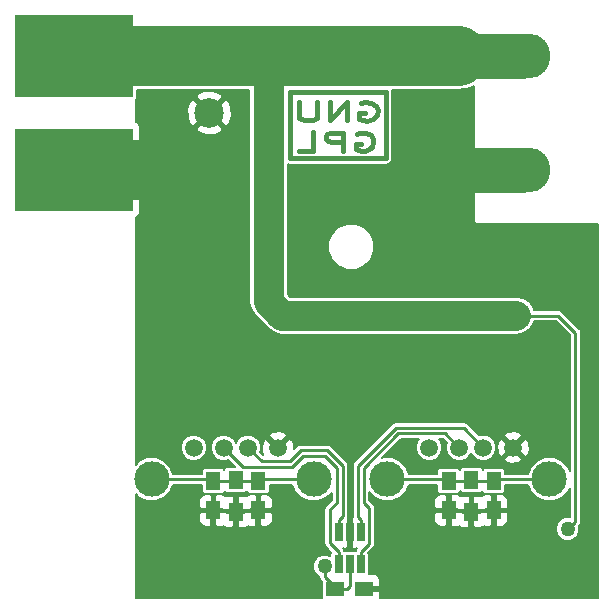
<source format=gbl>
G04 #@! TF.FileFunction,Copper,L2,Bot,Signal*
%FSLAX46Y46*%
G04 Gerber Fmt 4.6, Leading zero omitted, Abs format (unit mm)*
G04 Created by KiCad (PCBNEW 4.0.6-e0-6349~53~ubuntu16.04.1) date Sat May 27 22:55:55 2017*
%MOMM*%
%LPD*%
G01*
G04 APERTURE LIST*
%ADD10C,0.100000*%
%ADD11C,0.381000*%
%ADD12R,10.000000X7.000000*%
%ADD13R,1.500000X1.250000*%
%ADD14R,1.250000X1.500000*%
%ADD15C,1.500000*%
%ADD16C,3.000000*%
%ADD17O,6.000000X3.800000*%
%ADD18R,1.300000X1.500000*%
%ADD19R,0.650000X1.560000*%
%ADD20R,2.500000X2.500000*%
%ADD21C,2.500000*%
%ADD22C,1.270000*%
%ADD23C,0.254000*%
%ADD24C,2.540000*%
%ADD25C,5.080000*%
%ADD26C,3.810000*%
%ADD27C,0.508000*%
%ADD28C,0.203200*%
G04 APERTURE END LIST*
D10*
D11*
X148394420Y-91104720D02*
X148394420Y-92704920D01*
X148394420Y-92704920D02*
X147195540Y-92704920D01*
X150893780Y-92704920D02*
X150893780Y-91203780D01*
X150893780Y-91203780D02*
X149994620Y-91203780D01*
X149994620Y-91203780D02*
X149793960Y-91203780D01*
X149793960Y-91203780D02*
X149595840Y-91305380D01*
X149595840Y-91305380D02*
X149494240Y-91506040D01*
X149494240Y-91506040D02*
X149494240Y-91704160D01*
X149494240Y-91704160D02*
X149694900Y-91904820D01*
X149694900Y-91904820D02*
X149994620Y-92003880D01*
X149994620Y-92003880D02*
X150893780Y-92003880D01*
X152095200Y-91305380D02*
X152295860Y-91203780D01*
X152295860Y-91203780D02*
X152796240Y-91203780D01*
X152796240Y-91203780D02*
X153095960Y-91305380D01*
X153095960Y-91305380D02*
X153294080Y-91404440D01*
X153294080Y-91404440D02*
X153494740Y-91704160D01*
X153494740Y-91704160D02*
X153494740Y-92003880D01*
X153494740Y-92003880D02*
X153395680Y-92405200D01*
X153395680Y-92405200D02*
X153095960Y-92605860D01*
X153095960Y-92605860D02*
X152796240Y-92704920D01*
X152796240Y-92704920D02*
X152493980Y-92704920D01*
X152493980Y-92704920D02*
X151996140Y-92605860D01*
X151996140Y-92605860D02*
X151996140Y-92105480D01*
X151996140Y-92105480D02*
X152493980Y-92105480D01*
X148694140Y-88605360D02*
X148694140Y-89905840D01*
X148694140Y-89905840D02*
X148394420Y-90103960D01*
X148394420Y-90103960D02*
X148094700Y-90103960D01*
X148094700Y-90103960D02*
X147695920Y-90103960D01*
X147695920Y-90103960D02*
X147396200Y-90004900D01*
X147396200Y-90004900D02*
X147195540Y-89905840D01*
X147195540Y-89905840D02*
X147195540Y-88605360D01*
X151295100Y-90103960D02*
X151295100Y-88605360D01*
X151295100Y-88605360D02*
X149793960Y-90103960D01*
X149793960Y-90103960D02*
X149793960Y-88605360D01*
X152493980Y-88704420D02*
X152796240Y-88605360D01*
X152796240Y-88605360D02*
X153294080Y-88704420D01*
X153294080Y-88704420D02*
X153695400Y-88905080D01*
X153695400Y-88905080D02*
X153896060Y-89303860D01*
X153896060Y-89303860D02*
X153794460Y-89705180D01*
X153794460Y-89705180D02*
X153494740Y-90004900D01*
X153494740Y-90004900D02*
X152994360Y-90205560D01*
X152994360Y-90205560D02*
X152295860Y-90004900D01*
X152295860Y-90004900D02*
X152295860Y-89504520D01*
X152295860Y-89504520D02*
X152796240Y-89504520D01*
X154559000Y-87757000D02*
X146431000Y-87757000D01*
X146431000Y-87757000D02*
X146431000Y-93345000D01*
X146431000Y-93345000D02*
X154559000Y-93345000D01*
X154559000Y-93345000D02*
X154559000Y-87757000D01*
D12*
X128130800Y-84683600D03*
X128130800Y-94335600D03*
D13*
X150241000Y-129794000D03*
X152741000Y-129794000D03*
D14*
X143764000Y-120670000D03*
X143764000Y-123170000D03*
X163703000Y-120670000D03*
X163703000Y-123170000D03*
X139954000Y-120670000D03*
X139954000Y-123170000D03*
X159893000Y-120670000D03*
X159893000Y-123170000D03*
D15*
X145413000Y-117856000D03*
X142873000Y-117856000D03*
X140843000Y-117856000D03*
X138303000Y-117856000D03*
D16*
X148463000Y-120526000D03*
X134743000Y-120526000D03*
D15*
X165352000Y-117856000D03*
X162812000Y-117856000D03*
X160782000Y-117856000D03*
X158242000Y-117856000D03*
D16*
X168402000Y-120526000D03*
X154682000Y-120526000D03*
D17*
X165473000Y-84709000D03*
X165473000Y-94352000D03*
D18*
X141859000Y-120570000D03*
X141859000Y-123270000D03*
X161798000Y-120570000D03*
X161798000Y-123270000D03*
D19*
X150561000Y-125015000D03*
X151511000Y-125015000D03*
X152461000Y-125015000D03*
X152461000Y-127715000D03*
X150561000Y-127715000D03*
X151511000Y-127715000D03*
D20*
X144627600Y-89509600D03*
D21*
X139627600Y-89509600D03*
D22*
X165608000Y-106680000D03*
X145796000Y-106680000D03*
X149397778Y-127891267D03*
X169965944Y-124739764D03*
X163703000Y-125476000D03*
X161798000Y-125476000D03*
X159893000Y-125476000D03*
X143764000Y-125476000D03*
X141859000Y-125476000D03*
X139954000Y-125476000D03*
D23*
X169965944Y-124739764D02*
X170600943Y-124104765D01*
X170600943Y-124104765D02*
X170600943Y-108116943D01*
X170600943Y-108116943D02*
X169164000Y-106680000D01*
X169164000Y-106680000D02*
X165608000Y-106680000D01*
D24*
X144627600Y-89509600D02*
X144627600Y-105511600D01*
X144627600Y-105511600D02*
X145796000Y-106680000D01*
X165608000Y-106680000D02*
X145796000Y-106680000D01*
D25*
X132130800Y-84683600D02*
X145770600Y-84683600D01*
D26*
X165973000Y-84709000D02*
X160655000Y-84709000D01*
D25*
X145796000Y-84709000D02*
X160655000Y-84709000D01*
D24*
X144627600Y-89509600D02*
X144627600Y-85877400D01*
D23*
X150241000Y-129794000D02*
X150241000Y-129655852D01*
X150241000Y-129655852D02*
X149397778Y-128812630D01*
X149397778Y-128812630D02*
X149397778Y-128789292D01*
X149397778Y-128789292D02*
X149397778Y-127891267D01*
X150241000Y-129794000D02*
X151245000Y-129794000D01*
X151511000Y-128749000D02*
X151511000Y-127715000D01*
X151245000Y-129794000D02*
X151511000Y-129528000D01*
X151511000Y-129528000D02*
X151511000Y-128749000D01*
D25*
X132130800Y-94335600D02*
X133705600Y-94335600D01*
D26*
X165973000Y-94361000D02*
X161417000Y-94361000D01*
D27*
X161798000Y-125476000D02*
X161798000Y-123270000D01*
X163703000Y-125476000D02*
X163703000Y-123170000D01*
X159893000Y-123170000D02*
X159893000Y-125476000D01*
X141859000Y-125476000D02*
X141859000Y-123270000D01*
X143764000Y-125476000D02*
X143764000Y-123170000D01*
X139954000Y-123170000D02*
X139954000Y-125476000D01*
D23*
X143764000Y-120670000D02*
X141959000Y-120670000D01*
X141959000Y-120670000D02*
X141859000Y-120570000D01*
X139954000Y-120670000D02*
X141759000Y-120670000D01*
X141759000Y-120670000D02*
X141859000Y-120570000D01*
X148463000Y-120526000D02*
X143908000Y-120526000D01*
X143908000Y-120526000D02*
X143764000Y-120670000D01*
X134743000Y-120526000D02*
X139810000Y-120526000D01*
X139810000Y-120526000D02*
X139954000Y-120670000D01*
X163703000Y-120670000D02*
X161898000Y-120670000D01*
X161898000Y-120670000D02*
X161798000Y-120570000D01*
X159893000Y-120670000D02*
X161698000Y-120670000D01*
X161698000Y-120670000D02*
X161798000Y-120570000D01*
X168402000Y-120526000D02*
X163847000Y-120526000D01*
X163847000Y-120526000D02*
X163703000Y-120670000D01*
X154682000Y-120526000D02*
X159749000Y-120526000D01*
X159749000Y-120526000D02*
X159893000Y-120670000D01*
X150561000Y-123981000D02*
X150561000Y-125015000D01*
X150903302Y-123638698D02*
X150561000Y-123981000D01*
X150903302Y-119394061D02*
X150903302Y-123638698D01*
X146443830Y-119021098D02*
X147391354Y-118073573D01*
X147391354Y-118073573D02*
X149582814Y-118073573D01*
X144038098Y-119021098D02*
X146443830Y-119021098D01*
X142873000Y-117856000D02*
X144038098Y-119021098D01*
X149582814Y-118073573D02*
X150903302Y-119394061D01*
X147580736Y-118530784D02*
X149393432Y-118530784D01*
X142465309Y-119478309D02*
X146633211Y-119478309D01*
X140843000Y-117856000D02*
X142465309Y-119478309D01*
X150561000Y-126673775D02*
X150561000Y-126681000D01*
X146633211Y-119478309D02*
X147580736Y-118530784D01*
X149837207Y-123091454D02*
X149837207Y-125949982D01*
X150446091Y-119583443D02*
X150446091Y-122482570D01*
X149393432Y-118530784D02*
X150446091Y-119583443D01*
X150446091Y-122482570D02*
X149837207Y-123091454D01*
X149837207Y-125949982D02*
X150561000Y-126673775D01*
X150561000Y-126681000D02*
X150561000Y-127715000D01*
X152221587Y-123741587D02*
X152461000Y-123981000D01*
X162812000Y-117856000D02*
X161151611Y-116195611D01*
X161151611Y-116195611D02*
X155417152Y-116195611D01*
X155417152Y-116195611D02*
X152221587Y-119391176D01*
X152221587Y-119391176D02*
X152221587Y-123741587D01*
X152461000Y-123981000D02*
X152461000Y-125015000D01*
X160782000Y-117856000D02*
X159578822Y-116652822D01*
X159578822Y-116652822D02*
X155606533Y-116652822D01*
X155606533Y-116652822D02*
X152678798Y-119580557D01*
X152678798Y-119580557D02*
X152678798Y-122495619D01*
X152678798Y-122495619D02*
X153173018Y-122989839D01*
X153173018Y-122989839D02*
X153173018Y-125968982D01*
X153173018Y-125968982D02*
X152461000Y-126681000D01*
X152461000Y-126681000D02*
X152461000Y-127715000D01*
D28*
G36*
X138966434Y-121420000D02*
X138991230Y-121551777D01*
X139069110Y-121672807D01*
X139187942Y-121754001D01*
X139329000Y-121782566D01*
X140579000Y-121782566D01*
X140710777Y-121757770D01*
X140831807Y-121679890D01*
X140913001Y-121561058D01*
X140919835Y-121527312D01*
X140949110Y-121572807D01*
X141067942Y-121654001D01*
X141209000Y-121682566D01*
X142509000Y-121682566D01*
X142640777Y-121657770D01*
X142761807Y-121579890D01*
X142796865Y-121528580D01*
X142801230Y-121551777D01*
X142879110Y-121672807D01*
X142997942Y-121754001D01*
X143139000Y-121782566D01*
X144389000Y-121782566D01*
X144520777Y-121757770D01*
X144641807Y-121679890D01*
X144723001Y-121561058D01*
X144751566Y-121420000D01*
X144751566Y-121008600D01*
X146654645Y-121008600D01*
X146888982Y-121575740D01*
X147410515Y-122098184D01*
X148092279Y-122381277D01*
X148830482Y-122381921D01*
X149512740Y-122100018D01*
X149963491Y-121650053D01*
X149963491Y-122282670D01*
X149495957Y-122750204D01*
X149391343Y-122906771D01*
X149354607Y-123091454D01*
X149354607Y-125949982D01*
X149391343Y-126134665D01*
X149495957Y-126291232D01*
X149941238Y-126736513D01*
X149901999Y-126793942D01*
X149873434Y-126935000D01*
X149873434Y-127016171D01*
X149595685Y-126900839D01*
X149201600Y-126900495D01*
X148837381Y-127050988D01*
X148558478Y-127329405D01*
X148407350Y-127693360D01*
X148407006Y-128087445D01*
X148557499Y-128451664D01*
X148835916Y-128730567D01*
X148915178Y-128763480D01*
X148915178Y-128812630D01*
X148951914Y-128997313D01*
X149056528Y-129153880D01*
X149128434Y-129225786D01*
X149128434Y-130419000D01*
X149153230Y-130550777D01*
X149181944Y-130595400D01*
X133366600Y-130595400D01*
X133366600Y-123474800D01*
X138719400Y-123474800D01*
X138719400Y-124041257D01*
X138812206Y-124265311D01*
X138983689Y-124436794D01*
X139207743Y-124529600D01*
X139649200Y-124529600D01*
X139801600Y-124377200D01*
X139801600Y-123322400D01*
X140106400Y-123322400D01*
X140106400Y-124377200D01*
X140258800Y-124529600D01*
X140700257Y-124529600D01*
X140810734Y-124483839D01*
X140863689Y-124536794D01*
X141087743Y-124629600D01*
X141554200Y-124629600D01*
X141706600Y-124477200D01*
X141706600Y-123422400D01*
X142011400Y-123422400D01*
X142011400Y-124477200D01*
X142163800Y-124629600D01*
X142630257Y-124629600D01*
X142854311Y-124536794D01*
X142907266Y-124483839D01*
X143017743Y-124529600D01*
X143459200Y-124529600D01*
X143611600Y-124377200D01*
X143611600Y-123322400D01*
X143916400Y-123322400D01*
X143916400Y-124377200D01*
X144068800Y-124529600D01*
X144510257Y-124529600D01*
X144734311Y-124436794D01*
X144905794Y-124265311D01*
X144998600Y-124041257D01*
X144998600Y-123474800D01*
X144846200Y-123322400D01*
X143916400Y-123322400D01*
X143611600Y-123322400D01*
X142681800Y-123322400D01*
X142581800Y-123422400D01*
X142011400Y-123422400D01*
X141706600Y-123422400D01*
X141136200Y-123422400D01*
X141036200Y-123322400D01*
X140106400Y-123322400D01*
X139801600Y-123322400D01*
X138871800Y-123322400D01*
X138719400Y-123474800D01*
X133366600Y-123474800D01*
X133366600Y-121773703D01*
X133690515Y-122098184D01*
X134372279Y-122381277D01*
X135110482Y-122381921D01*
X135311788Y-122298743D01*
X138719400Y-122298743D01*
X138719400Y-122865200D01*
X138871800Y-123017600D01*
X139801600Y-123017600D01*
X139801600Y-121962800D01*
X140106400Y-121962800D01*
X140106400Y-123017600D01*
X140651800Y-123017600D01*
X140751800Y-123117600D01*
X141706600Y-123117600D01*
X141706600Y-122062800D01*
X142011400Y-122062800D01*
X142011400Y-123117600D01*
X142966200Y-123117600D01*
X143066200Y-123017600D01*
X143611600Y-123017600D01*
X143611600Y-121962800D01*
X143916400Y-121962800D01*
X143916400Y-123017600D01*
X144846200Y-123017600D01*
X144998600Y-122865200D01*
X144998600Y-122298743D01*
X144905794Y-122074689D01*
X144734311Y-121903206D01*
X144510257Y-121810400D01*
X144068800Y-121810400D01*
X143916400Y-121962800D01*
X143611600Y-121962800D01*
X143459200Y-121810400D01*
X143017743Y-121810400D01*
X142793689Y-121903206D01*
X142740734Y-121956161D01*
X142630257Y-121910400D01*
X142163800Y-121910400D01*
X142011400Y-122062800D01*
X141706600Y-122062800D01*
X141554200Y-121910400D01*
X141087743Y-121910400D01*
X140977266Y-121956161D01*
X140924311Y-121903206D01*
X140700257Y-121810400D01*
X140258800Y-121810400D01*
X140106400Y-121962800D01*
X139801600Y-121962800D01*
X139649200Y-121810400D01*
X139207743Y-121810400D01*
X138983689Y-121903206D01*
X138812206Y-122074689D01*
X138719400Y-122298743D01*
X135311788Y-122298743D01*
X135792740Y-122100018D01*
X136315184Y-121578485D01*
X136551821Y-121008600D01*
X138966434Y-121008600D01*
X138966434Y-121420000D01*
X138966434Y-121420000D01*
G37*
X138966434Y-121420000D02*
X138991230Y-121551777D01*
X139069110Y-121672807D01*
X139187942Y-121754001D01*
X139329000Y-121782566D01*
X140579000Y-121782566D01*
X140710777Y-121757770D01*
X140831807Y-121679890D01*
X140913001Y-121561058D01*
X140919835Y-121527312D01*
X140949110Y-121572807D01*
X141067942Y-121654001D01*
X141209000Y-121682566D01*
X142509000Y-121682566D01*
X142640777Y-121657770D01*
X142761807Y-121579890D01*
X142796865Y-121528580D01*
X142801230Y-121551777D01*
X142879110Y-121672807D01*
X142997942Y-121754001D01*
X143139000Y-121782566D01*
X144389000Y-121782566D01*
X144520777Y-121757770D01*
X144641807Y-121679890D01*
X144723001Y-121561058D01*
X144751566Y-121420000D01*
X144751566Y-121008600D01*
X146654645Y-121008600D01*
X146888982Y-121575740D01*
X147410515Y-122098184D01*
X148092279Y-122381277D01*
X148830482Y-122381921D01*
X149512740Y-122100018D01*
X149963491Y-121650053D01*
X149963491Y-122282670D01*
X149495957Y-122750204D01*
X149391343Y-122906771D01*
X149354607Y-123091454D01*
X149354607Y-125949982D01*
X149391343Y-126134665D01*
X149495957Y-126291232D01*
X149941238Y-126736513D01*
X149901999Y-126793942D01*
X149873434Y-126935000D01*
X149873434Y-127016171D01*
X149595685Y-126900839D01*
X149201600Y-126900495D01*
X148837381Y-127050988D01*
X148558478Y-127329405D01*
X148407350Y-127693360D01*
X148407006Y-128087445D01*
X148557499Y-128451664D01*
X148835916Y-128730567D01*
X148915178Y-128763480D01*
X148915178Y-128812630D01*
X148951914Y-128997313D01*
X149056528Y-129153880D01*
X149128434Y-129225786D01*
X149128434Y-130419000D01*
X149153230Y-130550777D01*
X149181944Y-130595400D01*
X133366600Y-130595400D01*
X133366600Y-123474800D01*
X138719400Y-123474800D01*
X138719400Y-124041257D01*
X138812206Y-124265311D01*
X138983689Y-124436794D01*
X139207743Y-124529600D01*
X139649200Y-124529600D01*
X139801600Y-124377200D01*
X139801600Y-123322400D01*
X140106400Y-123322400D01*
X140106400Y-124377200D01*
X140258800Y-124529600D01*
X140700257Y-124529600D01*
X140810734Y-124483839D01*
X140863689Y-124536794D01*
X141087743Y-124629600D01*
X141554200Y-124629600D01*
X141706600Y-124477200D01*
X141706600Y-123422400D01*
X142011400Y-123422400D01*
X142011400Y-124477200D01*
X142163800Y-124629600D01*
X142630257Y-124629600D01*
X142854311Y-124536794D01*
X142907266Y-124483839D01*
X143017743Y-124529600D01*
X143459200Y-124529600D01*
X143611600Y-124377200D01*
X143611600Y-123322400D01*
X143916400Y-123322400D01*
X143916400Y-124377200D01*
X144068800Y-124529600D01*
X144510257Y-124529600D01*
X144734311Y-124436794D01*
X144905794Y-124265311D01*
X144998600Y-124041257D01*
X144998600Y-123474800D01*
X144846200Y-123322400D01*
X143916400Y-123322400D01*
X143611600Y-123322400D01*
X142681800Y-123322400D01*
X142581800Y-123422400D01*
X142011400Y-123422400D01*
X141706600Y-123422400D01*
X141136200Y-123422400D01*
X141036200Y-123322400D01*
X140106400Y-123322400D01*
X139801600Y-123322400D01*
X138871800Y-123322400D01*
X138719400Y-123474800D01*
X133366600Y-123474800D01*
X133366600Y-121773703D01*
X133690515Y-122098184D01*
X134372279Y-122381277D01*
X135110482Y-122381921D01*
X135311788Y-122298743D01*
X138719400Y-122298743D01*
X138719400Y-122865200D01*
X138871800Y-123017600D01*
X139801600Y-123017600D01*
X139801600Y-121962800D01*
X140106400Y-121962800D01*
X140106400Y-123017600D01*
X140651800Y-123017600D01*
X140751800Y-123117600D01*
X141706600Y-123117600D01*
X141706600Y-122062800D01*
X142011400Y-122062800D01*
X142011400Y-123117600D01*
X142966200Y-123117600D01*
X143066200Y-123017600D01*
X143611600Y-123017600D01*
X143611600Y-121962800D01*
X143916400Y-121962800D01*
X143916400Y-123017600D01*
X144846200Y-123017600D01*
X144998600Y-122865200D01*
X144998600Y-122298743D01*
X144905794Y-122074689D01*
X144734311Y-121903206D01*
X144510257Y-121810400D01*
X144068800Y-121810400D01*
X143916400Y-121962800D01*
X143611600Y-121962800D01*
X143459200Y-121810400D01*
X143017743Y-121810400D01*
X142793689Y-121903206D01*
X142740734Y-121956161D01*
X142630257Y-121910400D01*
X142163800Y-121910400D01*
X142011400Y-122062800D01*
X141706600Y-122062800D01*
X141554200Y-121910400D01*
X141087743Y-121910400D01*
X140977266Y-121956161D01*
X140924311Y-121903206D01*
X140700257Y-121810400D01*
X140258800Y-121810400D01*
X140106400Y-121962800D01*
X139801600Y-121962800D01*
X139649200Y-121810400D01*
X139207743Y-121810400D01*
X138983689Y-121903206D01*
X138812206Y-122074689D01*
X138719400Y-122298743D01*
X135311788Y-122298743D01*
X135792740Y-122100018D01*
X136315184Y-121578485D01*
X136551821Y-121008600D01*
X138966434Y-121008600D01*
X138966434Y-121420000D01*
G36*
X162002400Y-92443000D02*
X162035177Y-92607783D01*
X162128520Y-92747480D01*
X162268217Y-92840823D01*
X162331400Y-92853391D01*
X162331400Y-92958059D01*
X161996110Y-93532417D01*
X161922713Y-93809613D01*
X162020732Y-94199600D01*
X162331400Y-94199600D01*
X162331400Y-94504400D01*
X162020732Y-94504400D01*
X161922713Y-94894387D01*
X161996110Y-95171583D01*
X162331400Y-95745942D01*
X162331400Y-95832609D01*
X162268217Y-95845177D01*
X162128520Y-95938520D01*
X162035177Y-96078217D01*
X162002400Y-96243000D01*
X162002400Y-98526000D01*
X162035177Y-98690783D01*
X162128520Y-98830480D01*
X162268217Y-98923823D01*
X162433000Y-98956600D01*
X172505400Y-98956600D01*
X172505400Y-130595400D01*
X154077759Y-130595400D01*
X154100600Y-130540257D01*
X154100600Y-130098800D01*
X153948200Y-129946400D01*
X152893400Y-129946400D01*
X152893400Y-129966400D01*
X152588600Y-129966400D01*
X152588600Y-129946400D01*
X152568600Y-129946400D01*
X152568600Y-129641600D01*
X152588600Y-129641600D01*
X152588600Y-129621600D01*
X152893400Y-129621600D01*
X152893400Y-129641600D01*
X153948200Y-129641600D01*
X154100600Y-129489200D01*
X154100600Y-129047743D01*
X154007794Y-128823689D01*
X153836311Y-128652206D01*
X153612257Y-128559400D01*
X153135525Y-128559400D01*
X153148566Y-128495000D01*
X153148566Y-126935000D01*
X153123770Y-126803223D01*
X153083640Y-126740859D01*
X153514265Y-126310234D01*
X153514268Y-126310232D01*
X153618882Y-126153665D01*
X153639939Y-126047807D01*
X153655619Y-125968982D01*
X153655618Y-125968977D01*
X153655618Y-123474800D01*
X158658400Y-123474800D01*
X158658400Y-124041257D01*
X158751206Y-124265311D01*
X158922689Y-124436794D01*
X159146743Y-124529600D01*
X159588200Y-124529600D01*
X159740600Y-124377200D01*
X159740600Y-123322400D01*
X160045400Y-123322400D01*
X160045400Y-124377200D01*
X160197800Y-124529600D01*
X160639257Y-124529600D01*
X160749734Y-124483839D01*
X160802689Y-124536794D01*
X161026743Y-124629600D01*
X161493200Y-124629600D01*
X161645600Y-124477200D01*
X161645600Y-123422400D01*
X161950400Y-123422400D01*
X161950400Y-124477200D01*
X162102800Y-124629600D01*
X162569257Y-124629600D01*
X162793311Y-124536794D01*
X162846266Y-124483839D01*
X162956743Y-124529600D01*
X163398200Y-124529600D01*
X163550600Y-124377200D01*
X163550600Y-123322400D01*
X163855400Y-123322400D01*
X163855400Y-124377200D01*
X164007800Y-124529600D01*
X164449257Y-124529600D01*
X164673311Y-124436794D01*
X164844794Y-124265311D01*
X164937600Y-124041257D01*
X164937600Y-123474800D01*
X164785200Y-123322400D01*
X163855400Y-123322400D01*
X163550600Y-123322400D01*
X162620800Y-123322400D01*
X162520800Y-123422400D01*
X161950400Y-123422400D01*
X161645600Y-123422400D01*
X161075200Y-123422400D01*
X160975200Y-123322400D01*
X160045400Y-123322400D01*
X159740600Y-123322400D01*
X158810800Y-123322400D01*
X158658400Y-123474800D01*
X153655618Y-123474800D01*
X153655618Y-122989844D01*
X153655619Y-122989839D01*
X153618882Y-122805156D01*
X153514268Y-122648589D01*
X153514265Y-122648587D01*
X153161398Y-122295719D01*
X153161398Y-121629249D01*
X153629515Y-122098184D01*
X154311279Y-122381277D01*
X155049482Y-122381921D01*
X155250788Y-122298743D01*
X158658400Y-122298743D01*
X158658400Y-122865200D01*
X158810800Y-123017600D01*
X159740600Y-123017600D01*
X159740600Y-121962800D01*
X160045400Y-121962800D01*
X160045400Y-123017600D01*
X160590800Y-123017600D01*
X160690800Y-123117600D01*
X161645600Y-123117600D01*
X161645600Y-122062800D01*
X161950400Y-122062800D01*
X161950400Y-123117600D01*
X162905200Y-123117600D01*
X163005200Y-123017600D01*
X163550600Y-123017600D01*
X163550600Y-121962800D01*
X163855400Y-121962800D01*
X163855400Y-123017600D01*
X164785200Y-123017600D01*
X164937600Y-122865200D01*
X164937600Y-122298743D01*
X164844794Y-122074689D01*
X164673311Y-121903206D01*
X164449257Y-121810400D01*
X164007800Y-121810400D01*
X163855400Y-121962800D01*
X163550600Y-121962800D01*
X163398200Y-121810400D01*
X162956743Y-121810400D01*
X162732689Y-121903206D01*
X162679734Y-121956161D01*
X162569257Y-121910400D01*
X162102800Y-121910400D01*
X161950400Y-122062800D01*
X161645600Y-122062800D01*
X161493200Y-121910400D01*
X161026743Y-121910400D01*
X160916266Y-121956161D01*
X160863311Y-121903206D01*
X160639257Y-121810400D01*
X160197800Y-121810400D01*
X160045400Y-121962800D01*
X159740600Y-121962800D01*
X159588200Y-121810400D01*
X159146743Y-121810400D01*
X158922689Y-121903206D01*
X158751206Y-122074689D01*
X158658400Y-122298743D01*
X155250788Y-122298743D01*
X155731740Y-122100018D01*
X156254184Y-121578485D01*
X156490821Y-121008600D01*
X158905434Y-121008600D01*
X158905434Y-121420000D01*
X158930230Y-121551777D01*
X159008110Y-121672807D01*
X159126942Y-121754001D01*
X159268000Y-121782566D01*
X160518000Y-121782566D01*
X160649777Y-121757770D01*
X160770807Y-121679890D01*
X160852001Y-121561058D01*
X160858835Y-121527312D01*
X160888110Y-121572807D01*
X161006942Y-121654001D01*
X161148000Y-121682566D01*
X162448000Y-121682566D01*
X162579777Y-121657770D01*
X162700807Y-121579890D01*
X162735865Y-121528580D01*
X162740230Y-121551777D01*
X162818110Y-121672807D01*
X162936942Y-121754001D01*
X163078000Y-121782566D01*
X164328000Y-121782566D01*
X164459777Y-121757770D01*
X164580807Y-121679890D01*
X164662001Y-121561058D01*
X164690566Y-121420000D01*
X164690566Y-121008600D01*
X166593645Y-121008600D01*
X166827982Y-121575740D01*
X167349515Y-122098184D01*
X168031279Y-122381277D01*
X168769482Y-122381921D01*
X169451740Y-122100018D01*
X169974184Y-121578485D01*
X170118343Y-121231311D01*
X170118343Y-123749296D01*
X169769766Y-123748992D01*
X169405547Y-123899485D01*
X169126644Y-124177902D01*
X168975516Y-124541857D01*
X168975172Y-124935942D01*
X169125665Y-125300161D01*
X169404082Y-125579064D01*
X169768037Y-125730192D01*
X170162122Y-125730536D01*
X170526341Y-125580043D01*
X170805244Y-125301626D01*
X170956372Y-124937671D01*
X170956716Y-124543586D01*
X170923942Y-124464266D01*
X170942193Y-124446015D01*
X171046807Y-124289448D01*
X171083543Y-124104765D01*
X171083543Y-108116943D01*
X171046807Y-107932260D01*
X170942193Y-107775693D01*
X169505250Y-106338750D01*
X169348683Y-106234136D01*
X169164000Y-106197400D01*
X167137605Y-106197400D01*
X167109859Y-106057910D01*
X166757473Y-105530527D01*
X166230090Y-105178141D01*
X165608000Y-105054400D01*
X146469346Y-105054400D01*
X146253200Y-104838254D01*
X146253200Y-101225286D01*
X149682062Y-101225286D01*
X149979157Y-101944311D01*
X150528795Y-102494910D01*
X151247301Y-102793259D01*
X152025286Y-102793938D01*
X152744311Y-102496843D01*
X153294910Y-101947205D01*
X153593259Y-101228699D01*
X153593938Y-100450714D01*
X153296843Y-99731689D01*
X152747205Y-99181090D01*
X152028699Y-98882741D01*
X151250714Y-98882062D01*
X150531689Y-99179157D01*
X149981090Y-99728795D01*
X149682741Y-100447301D01*
X149682062Y-101225286D01*
X146253200Y-101225286D01*
X146253200Y-93855734D01*
X146431000Y-93891100D01*
X154559000Y-93891100D01*
X154767983Y-93849531D01*
X154945151Y-93731151D01*
X155063531Y-93553983D01*
X155105100Y-93345000D01*
X155105100Y-87757000D01*
X155074786Y-87604600D01*
X160655000Y-87604600D01*
X161763098Y-87384186D01*
X162002400Y-87224289D01*
X162002400Y-92443000D01*
X162002400Y-92443000D01*
G37*
X162002400Y-92443000D02*
X162035177Y-92607783D01*
X162128520Y-92747480D01*
X162268217Y-92840823D01*
X162331400Y-92853391D01*
X162331400Y-92958059D01*
X161996110Y-93532417D01*
X161922713Y-93809613D01*
X162020732Y-94199600D01*
X162331400Y-94199600D01*
X162331400Y-94504400D01*
X162020732Y-94504400D01*
X161922713Y-94894387D01*
X161996110Y-95171583D01*
X162331400Y-95745942D01*
X162331400Y-95832609D01*
X162268217Y-95845177D01*
X162128520Y-95938520D01*
X162035177Y-96078217D01*
X162002400Y-96243000D01*
X162002400Y-98526000D01*
X162035177Y-98690783D01*
X162128520Y-98830480D01*
X162268217Y-98923823D01*
X162433000Y-98956600D01*
X172505400Y-98956600D01*
X172505400Y-130595400D01*
X154077759Y-130595400D01*
X154100600Y-130540257D01*
X154100600Y-130098800D01*
X153948200Y-129946400D01*
X152893400Y-129946400D01*
X152893400Y-129966400D01*
X152588600Y-129966400D01*
X152588600Y-129946400D01*
X152568600Y-129946400D01*
X152568600Y-129641600D01*
X152588600Y-129641600D01*
X152588600Y-129621600D01*
X152893400Y-129621600D01*
X152893400Y-129641600D01*
X153948200Y-129641600D01*
X154100600Y-129489200D01*
X154100600Y-129047743D01*
X154007794Y-128823689D01*
X153836311Y-128652206D01*
X153612257Y-128559400D01*
X153135525Y-128559400D01*
X153148566Y-128495000D01*
X153148566Y-126935000D01*
X153123770Y-126803223D01*
X153083640Y-126740859D01*
X153514265Y-126310234D01*
X153514268Y-126310232D01*
X153618882Y-126153665D01*
X153639939Y-126047807D01*
X153655619Y-125968982D01*
X153655618Y-125968977D01*
X153655618Y-123474800D01*
X158658400Y-123474800D01*
X158658400Y-124041257D01*
X158751206Y-124265311D01*
X158922689Y-124436794D01*
X159146743Y-124529600D01*
X159588200Y-124529600D01*
X159740600Y-124377200D01*
X159740600Y-123322400D01*
X160045400Y-123322400D01*
X160045400Y-124377200D01*
X160197800Y-124529600D01*
X160639257Y-124529600D01*
X160749734Y-124483839D01*
X160802689Y-124536794D01*
X161026743Y-124629600D01*
X161493200Y-124629600D01*
X161645600Y-124477200D01*
X161645600Y-123422400D01*
X161950400Y-123422400D01*
X161950400Y-124477200D01*
X162102800Y-124629600D01*
X162569257Y-124629600D01*
X162793311Y-124536794D01*
X162846266Y-124483839D01*
X162956743Y-124529600D01*
X163398200Y-124529600D01*
X163550600Y-124377200D01*
X163550600Y-123322400D01*
X163855400Y-123322400D01*
X163855400Y-124377200D01*
X164007800Y-124529600D01*
X164449257Y-124529600D01*
X164673311Y-124436794D01*
X164844794Y-124265311D01*
X164937600Y-124041257D01*
X164937600Y-123474800D01*
X164785200Y-123322400D01*
X163855400Y-123322400D01*
X163550600Y-123322400D01*
X162620800Y-123322400D01*
X162520800Y-123422400D01*
X161950400Y-123422400D01*
X161645600Y-123422400D01*
X161075200Y-123422400D01*
X160975200Y-123322400D01*
X160045400Y-123322400D01*
X159740600Y-123322400D01*
X158810800Y-123322400D01*
X158658400Y-123474800D01*
X153655618Y-123474800D01*
X153655618Y-122989844D01*
X153655619Y-122989839D01*
X153618882Y-122805156D01*
X153514268Y-122648589D01*
X153514265Y-122648587D01*
X153161398Y-122295719D01*
X153161398Y-121629249D01*
X153629515Y-122098184D01*
X154311279Y-122381277D01*
X155049482Y-122381921D01*
X155250788Y-122298743D01*
X158658400Y-122298743D01*
X158658400Y-122865200D01*
X158810800Y-123017600D01*
X159740600Y-123017600D01*
X159740600Y-121962800D01*
X160045400Y-121962800D01*
X160045400Y-123017600D01*
X160590800Y-123017600D01*
X160690800Y-123117600D01*
X161645600Y-123117600D01*
X161645600Y-122062800D01*
X161950400Y-122062800D01*
X161950400Y-123117600D01*
X162905200Y-123117600D01*
X163005200Y-123017600D01*
X163550600Y-123017600D01*
X163550600Y-121962800D01*
X163855400Y-121962800D01*
X163855400Y-123017600D01*
X164785200Y-123017600D01*
X164937600Y-122865200D01*
X164937600Y-122298743D01*
X164844794Y-122074689D01*
X164673311Y-121903206D01*
X164449257Y-121810400D01*
X164007800Y-121810400D01*
X163855400Y-121962800D01*
X163550600Y-121962800D01*
X163398200Y-121810400D01*
X162956743Y-121810400D01*
X162732689Y-121903206D01*
X162679734Y-121956161D01*
X162569257Y-121910400D01*
X162102800Y-121910400D01*
X161950400Y-122062800D01*
X161645600Y-122062800D01*
X161493200Y-121910400D01*
X161026743Y-121910400D01*
X160916266Y-121956161D01*
X160863311Y-121903206D01*
X160639257Y-121810400D01*
X160197800Y-121810400D01*
X160045400Y-121962800D01*
X159740600Y-121962800D01*
X159588200Y-121810400D01*
X159146743Y-121810400D01*
X158922689Y-121903206D01*
X158751206Y-122074689D01*
X158658400Y-122298743D01*
X155250788Y-122298743D01*
X155731740Y-122100018D01*
X156254184Y-121578485D01*
X156490821Y-121008600D01*
X158905434Y-121008600D01*
X158905434Y-121420000D01*
X158930230Y-121551777D01*
X159008110Y-121672807D01*
X159126942Y-121754001D01*
X159268000Y-121782566D01*
X160518000Y-121782566D01*
X160649777Y-121757770D01*
X160770807Y-121679890D01*
X160852001Y-121561058D01*
X160858835Y-121527312D01*
X160888110Y-121572807D01*
X161006942Y-121654001D01*
X161148000Y-121682566D01*
X162448000Y-121682566D01*
X162579777Y-121657770D01*
X162700807Y-121579890D01*
X162735865Y-121528580D01*
X162740230Y-121551777D01*
X162818110Y-121672807D01*
X162936942Y-121754001D01*
X163078000Y-121782566D01*
X164328000Y-121782566D01*
X164459777Y-121757770D01*
X164580807Y-121679890D01*
X164662001Y-121561058D01*
X164690566Y-121420000D01*
X164690566Y-121008600D01*
X166593645Y-121008600D01*
X166827982Y-121575740D01*
X167349515Y-122098184D01*
X168031279Y-122381277D01*
X168769482Y-122381921D01*
X169451740Y-122100018D01*
X169974184Y-121578485D01*
X170118343Y-121231311D01*
X170118343Y-123749296D01*
X169769766Y-123748992D01*
X169405547Y-123899485D01*
X169126644Y-124177902D01*
X168975516Y-124541857D01*
X168975172Y-124935942D01*
X169125665Y-125300161D01*
X169404082Y-125579064D01*
X169768037Y-125730192D01*
X170162122Y-125730536D01*
X170526341Y-125580043D01*
X170805244Y-125301626D01*
X170956372Y-124937671D01*
X170956716Y-124543586D01*
X170923942Y-124464266D01*
X170942193Y-124446015D01*
X171046807Y-124289448D01*
X171083543Y-124104765D01*
X171083543Y-108116943D01*
X171046807Y-107932260D01*
X170942193Y-107775693D01*
X169505250Y-106338750D01*
X169348683Y-106234136D01*
X169164000Y-106197400D01*
X167137605Y-106197400D01*
X167109859Y-106057910D01*
X166757473Y-105530527D01*
X166230090Y-105178141D01*
X165608000Y-105054400D01*
X146469346Y-105054400D01*
X146253200Y-104838254D01*
X146253200Y-101225286D01*
X149682062Y-101225286D01*
X149979157Y-101944311D01*
X150528795Y-102494910D01*
X151247301Y-102793259D01*
X152025286Y-102793938D01*
X152744311Y-102496843D01*
X153294910Y-101947205D01*
X153593259Y-101228699D01*
X153593938Y-100450714D01*
X153296843Y-99731689D01*
X152747205Y-99181090D01*
X152028699Y-98882741D01*
X151250714Y-98882062D01*
X150531689Y-99179157D01*
X149981090Y-99728795D01*
X149682741Y-100447301D01*
X149682062Y-101225286D01*
X146253200Y-101225286D01*
X146253200Y-93855734D01*
X146431000Y-93891100D01*
X154559000Y-93891100D01*
X154767983Y-93849531D01*
X154945151Y-93731151D01*
X155063531Y-93553983D01*
X155105100Y-93345000D01*
X155105100Y-87757000D01*
X155074786Y-87604600D01*
X160655000Y-87604600D01*
X161763098Y-87384186D01*
X162002400Y-87224289D01*
X162002400Y-92443000D01*
G36*
X143002000Y-105511600D02*
X143125741Y-106133691D01*
X143478127Y-106661073D01*
X144646527Y-107829473D01*
X145173909Y-108181859D01*
X145796000Y-108305600D01*
X165608000Y-108305600D01*
X166230090Y-108181859D01*
X166757473Y-107829473D01*
X167109859Y-107302090D01*
X167137605Y-107162600D01*
X168964100Y-107162600D01*
X170118343Y-108316843D01*
X170118343Y-119820713D01*
X169976018Y-119476260D01*
X169454485Y-118953816D01*
X168772721Y-118670723D01*
X168034518Y-118670079D01*
X167352260Y-118951982D01*
X166829816Y-119473515D01*
X166593179Y-120043400D01*
X164690566Y-120043400D01*
X164690566Y-119920000D01*
X164665770Y-119788223D01*
X164587890Y-119667193D01*
X164469058Y-119585999D01*
X164328000Y-119557434D01*
X163078000Y-119557434D01*
X162946223Y-119582230D01*
X162825193Y-119660110D01*
X162790135Y-119711420D01*
X162785770Y-119688223D01*
X162707890Y-119567193D01*
X162589058Y-119485999D01*
X162448000Y-119457434D01*
X161148000Y-119457434D01*
X161016223Y-119482230D01*
X160895193Y-119560110D01*
X160813999Y-119678942D01*
X160807165Y-119712688D01*
X160777890Y-119667193D01*
X160659058Y-119585999D01*
X160518000Y-119557434D01*
X159268000Y-119557434D01*
X159136223Y-119582230D01*
X159015193Y-119660110D01*
X158933999Y-119778942D01*
X158905434Y-119920000D01*
X158905434Y-120043400D01*
X156490355Y-120043400D01*
X156256018Y-119476260D01*
X155734485Y-118953816D01*
X155052721Y-118670723D01*
X154314518Y-118670079D01*
X154241679Y-118700175D01*
X155806432Y-117135422D01*
X157398915Y-117135422D01*
X157305264Y-117228910D01*
X157136592Y-117635118D01*
X157136208Y-118074953D01*
X157304171Y-118481454D01*
X157614910Y-118792736D01*
X158021118Y-118961408D01*
X158460953Y-118961792D01*
X158867454Y-118793829D01*
X159178736Y-118483090D01*
X159347408Y-118076882D01*
X159347792Y-117637047D01*
X159179829Y-117230546D01*
X159084871Y-117135422D01*
X159378922Y-117135422D01*
X159735867Y-117492367D01*
X159676592Y-117635118D01*
X159676208Y-118074953D01*
X159844171Y-118481454D01*
X160154910Y-118792736D01*
X160561118Y-118961408D01*
X161000953Y-118961792D01*
X161407454Y-118793829D01*
X161718736Y-118483090D01*
X161796984Y-118294647D01*
X161874171Y-118481454D01*
X162184910Y-118792736D01*
X162591118Y-118961408D01*
X163030953Y-118961792D01*
X163351036Y-118829536D01*
X164593990Y-118829536D01*
X164665424Y-119060269D01*
X165178540Y-119231340D01*
X165718064Y-119193029D01*
X166038576Y-119060269D01*
X166110010Y-118829536D01*
X165352000Y-118071526D01*
X164593990Y-118829536D01*
X163351036Y-118829536D01*
X163437454Y-118793829D01*
X163748736Y-118483090D01*
X163917408Y-118076882D01*
X163917752Y-117682540D01*
X163976660Y-117682540D01*
X164014971Y-118222064D01*
X164147731Y-118542576D01*
X164378464Y-118614010D01*
X165136474Y-117856000D01*
X165567526Y-117856000D01*
X166325536Y-118614010D01*
X166556269Y-118542576D01*
X166727340Y-118029460D01*
X166689029Y-117489936D01*
X166556269Y-117169424D01*
X166325536Y-117097990D01*
X165567526Y-117856000D01*
X165136474Y-117856000D01*
X164378464Y-117097990D01*
X164147731Y-117169424D01*
X163976660Y-117682540D01*
X163917752Y-117682540D01*
X163917792Y-117637047D01*
X163749829Y-117230546D01*
X163439090Y-116919264D01*
X163350466Y-116882464D01*
X164593990Y-116882464D01*
X165352000Y-117640474D01*
X166110010Y-116882464D01*
X166038576Y-116651731D01*
X165525460Y-116480660D01*
X164985936Y-116518971D01*
X164665424Y-116651731D01*
X164593990Y-116882464D01*
X163350466Y-116882464D01*
X163032882Y-116750592D01*
X162593047Y-116750208D01*
X162448453Y-116809953D01*
X161492861Y-115854361D01*
X161336294Y-115749747D01*
X161151611Y-115713011D01*
X155417152Y-115713011D01*
X155232469Y-115749747D01*
X155075902Y-115854361D01*
X155075900Y-115854364D01*
X151880337Y-119049926D01*
X151775723Y-119206493D01*
X151738987Y-119391176D01*
X151738987Y-123702213D01*
X151663400Y-123777800D01*
X151663400Y-124862600D01*
X151683400Y-124862600D01*
X151683400Y-125167400D01*
X151663400Y-125167400D01*
X151663400Y-126252200D01*
X151815800Y-126404600D01*
X151957257Y-126404600D01*
X152123944Y-126335556D01*
X152119750Y-126339750D01*
X152015136Y-126496317D01*
X151993718Y-126603989D01*
X151987392Y-126608060D01*
X151977058Y-126600999D01*
X151836000Y-126572434D01*
X151186000Y-126572434D01*
X151054223Y-126597230D01*
X151037392Y-126608060D01*
X151029449Y-126602633D01*
X151006864Y-126489092D01*
X150906655Y-126339118D01*
X151064743Y-126404600D01*
X151206200Y-126404600D01*
X151358600Y-126252200D01*
X151358600Y-125167400D01*
X151338600Y-125167400D01*
X151338600Y-124862600D01*
X151358600Y-124862600D01*
X151358600Y-123777800D01*
X151358294Y-123777494D01*
X151385902Y-123638698D01*
X151385902Y-119394061D01*
X151349166Y-119209378D01*
X151244552Y-119052811D01*
X149924064Y-117732323D01*
X149767497Y-117627709D01*
X149582814Y-117590973D01*
X147391354Y-117590973D01*
X147206671Y-117627709D01*
X147050104Y-117732323D01*
X146785995Y-117996433D01*
X146750029Y-117489936D01*
X146617269Y-117169424D01*
X146386536Y-117097990D01*
X145628526Y-117856000D01*
X145642669Y-117870143D01*
X145427143Y-118085669D01*
X145413000Y-118071526D01*
X145398858Y-118085669D01*
X145183332Y-117870143D01*
X145197474Y-117856000D01*
X144439464Y-117097990D01*
X144208731Y-117169424D01*
X144037660Y-117682540D01*
X144075971Y-118222064D01*
X144185153Y-118485654D01*
X143919133Y-118219633D01*
X143978408Y-118076882D01*
X143978792Y-117637047D01*
X143810829Y-117230546D01*
X143500090Y-116919264D01*
X143411466Y-116882464D01*
X144654990Y-116882464D01*
X145413000Y-117640474D01*
X146171010Y-116882464D01*
X146099576Y-116651731D01*
X145586460Y-116480660D01*
X145046936Y-116518971D01*
X144726424Y-116651731D01*
X144654990Y-116882464D01*
X143411466Y-116882464D01*
X143093882Y-116750592D01*
X142654047Y-116750208D01*
X142247546Y-116918171D01*
X141936264Y-117228910D01*
X141858016Y-117417353D01*
X141780829Y-117230546D01*
X141470090Y-116919264D01*
X141063882Y-116750592D01*
X140624047Y-116750208D01*
X140217546Y-116918171D01*
X139906264Y-117228910D01*
X139737592Y-117635118D01*
X139737208Y-118074953D01*
X139905171Y-118481454D01*
X140215910Y-118792736D01*
X140622118Y-118961408D01*
X141061953Y-118961792D01*
X141206547Y-118902047D01*
X141761935Y-119457434D01*
X141209000Y-119457434D01*
X141077223Y-119482230D01*
X140956193Y-119560110D01*
X140874999Y-119678942D01*
X140868165Y-119712688D01*
X140838890Y-119667193D01*
X140720058Y-119585999D01*
X140579000Y-119557434D01*
X139329000Y-119557434D01*
X139197223Y-119582230D01*
X139076193Y-119660110D01*
X138994999Y-119778942D01*
X138966434Y-119920000D01*
X138966434Y-120043400D01*
X136551355Y-120043400D01*
X136317018Y-119476260D01*
X135795485Y-118953816D01*
X135113721Y-118670723D01*
X134375518Y-118670079D01*
X133693260Y-118951982D01*
X133366600Y-119278072D01*
X133366600Y-118074953D01*
X137197208Y-118074953D01*
X137365171Y-118481454D01*
X137675910Y-118792736D01*
X138082118Y-118961408D01*
X138521953Y-118961792D01*
X138928454Y-118793829D01*
X139239736Y-118483090D01*
X139408408Y-118076882D01*
X139408792Y-117637047D01*
X139240829Y-117230546D01*
X138930090Y-116919264D01*
X138523882Y-116750592D01*
X138084047Y-116750208D01*
X137677546Y-116918171D01*
X137366264Y-117228910D01*
X137197592Y-117635118D01*
X137197208Y-118074953D01*
X133366600Y-118074953D01*
X133366600Y-98397755D01*
X133476111Y-98352394D01*
X133647594Y-98180911D01*
X133740400Y-97956857D01*
X133740400Y-94640400D01*
X133588000Y-94488000D01*
X129346194Y-94488000D01*
X129358326Y-94427006D01*
X129358326Y-94258994D01*
X129343250Y-94183200D01*
X133588000Y-94183200D01*
X133740400Y-94030800D01*
X133740400Y-90845579D01*
X138507148Y-90845579D01*
X138640041Y-91128138D01*
X139334601Y-91382857D01*
X140073769Y-91352390D01*
X140615159Y-91128138D01*
X140748052Y-90845579D01*
X139627600Y-89725126D01*
X138507148Y-90845579D01*
X133740400Y-90845579D01*
X133740400Y-90714343D01*
X133647594Y-90490289D01*
X133476111Y-90318806D01*
X133366600Y-90273445D01*
X133366600Y-89216601D01*
X137754343Y-89216601D01*
X137784810Y-89955769D01*
X138009062Y-90497159D01*
X138291621Y-90630052D01*
X139412074Y-89509600D01*
X139843126Y-89509600D01*
X140963579Y-90630052D01*
X141246138Y-90497159D01*
X141500857Y-89802599D01*
X141470390Y-89063431D01*
X141246138Y-88522041D01*
X140963579Y-88389148D01*
X139843126Y-89509600D01*
X139412074Y-89509600D01*
X138291621Y-88389148D01*
X138009062Y-88522041D01*
X137754343Y-89216601D01*
X133366600Y-89216601D01*
X133366600Y-88454434D01*
X133383607Y-88443490D01*
X133464801Y-88324658D01*
X133493366Y-88183600D01*
X133493366Y-88173621D01*
X138507148Y-88173621D01*
X139627600Y-89294074D01*
X140748052Y-88173621D01*
X140615159Y-87891062D01*
X139920599Y-87636343D01*
X139181431Y-87666810D01*
X138640041Y-87891062D01*
X138507148Y-88173621D01*
X133493366Y-88173621D01*
X133493366Y-87579200D01*
X143002000Y-87579200D01*
X143002000Y-105511600D01*
X143002000Y-105511600D01*
G37*
X143002000Y-105511600D02*
X143125741Y-106133691D01*
X143478127Y-106661073D01*
X144646527Y-107829473D01*
X145173909Y-108181859D01*
X145796000Y-108305600D01*
X165608000Y-108305600D01*
X166230090Y-108181859D01*
X166757473Y-107829473D01*
X167109859Y-107302090D01*
X167137605Y-107162600D01*
X168964100Y-107162600D01*
X170118343Y-108316843D01*
X170118343Y-119820713D01*
X169976018Y-119476260D01*
X169454485Y-118953816D01*
X168772721Y-118670723D01*
X168034518Y-118670079D01*
X167352260Y-118951982D01*
X166829816Y-119473515D01*
X166593179Y-120043400D01*
X164690566Y-120043400D01*
X164690566Y-119920000D01*
X164665770Y-119788223D01*
X164587890Y-119667193D01*
X164469058Y-119585999D01*
X164328000Y-119557434D01*
X163078000Y-119557434D01*
X162946223Y-119582230D01*
X162825193Y-119660110D01*
X162790135Y-119711420D01*
X162785770Y-119688223D01*
X162707890Y-119567193D01*
X162589058Y-119485999D01*
X162448000Y-119457434D01*
X161148000Y-119457434D01*
X161016223Y-119482230D01*
X160895193Y-119560110D01*
X160813999Y-119678942D01*
X160807165Y-119712688D01*
X160777890Y-119667193D01*
X160659058Y-119585999D01*
X160518000Y-119557434D01*
X159268000Y-119557434D01*
X159136223Y-119582230D01*
X159015193Y-119660110D01*
X158933999Y-119778942D01*
X158905434Y-119920000D01*
X158905434Y-120043400D01*
X156490355Y-120043400D01*
X156256018Y-119476260D01*
X155734485Y-118953816D01*
X155052721Y-118670723D01*
X154314518Y-118670079D01*
X154241679Y-118700175D01*
X155806432Y-117135422D01*
X157398915Y-117135422D01*
X157305264Y-117228910D01*
X157136592Y-117635118D01*
X157136208Y-118074953D01*
X157304171Y-118481454D01*
X157614910Y-118792736D01*
X158021118Y-118961408D01*
X158460953Y-118961792D01*
X158867454Y-118793829D01*
X159178736Y-118483090D01*
X159347408Y-118076882D01*
X159347792Y-117637047D01*
X159179829Y-117230546D01*
X159084871Y-117135422D01*
X159378922Y-117135422D01*
X159735867Y-117492367D01*
X159676592Y-117635118D01*
X159676208Y-118074953D01*
X159844171Y-118481454D01*
X160154910Y-118792736D01*
X160561118Y-118961408D01*
X161000953Y-118961792D01*
X161407454Y-118793829D01*
X161718736Y-118483090D01*
X161796984Y-118294647D01*
X161874171Y-118481454D01*
X162184910Y-118792736D01*
X162591118Y-118961408D01*
X163030953Y-118961792D01*
X163351036Y-118829536D01*
X164593990Y-118829536D01*
X164665424Y-119060269D01*
X165178540Y-119231340D01*
X165718064Y-119193029D01*
X166038576Y-119060269D01*
X166110010Y-118829536D01*
X165352000Y-118071526D01*
X164593990Y-118829536D01*
X163351036Y-118829536D01*
X163437454Y-118793829D01*
X163748736Y-118483090D01*
X163917408Y-118076882D01*
X163917752Y-117682540D01*
X163976660Y-117682540D01*
X164014971Y-118222064D01*
X164147731Y-118542576D01*
X164378464Y-118614010D01*
X165136474Y-117856000D01*
X165567526Y-117856000D01*
X166325536Y-118614010D01*
X166556269Y-118542576D01*
X166727340Y-118029460D01*
X166689029Y-117489936D01*
X166556269Y-117169424D01*
X166325536Y-117097990D01*
X165567526Y-117856000D01*
X165136474Y-117856000D01*
X164378464Y-117097990D01*
X164147731Y-117169424D01*
X163976660Y-117682540D01*
X163917752Y-117682540D01*
X163917792Y-117637047D01*
X163749829Y-117230546D01*
X163439090Y-116919264D01*
X163350466Y-116882464D01*
X164593990Y-116882464D01*
X165352000Y-117640474D01*
X166110010Y-116882464D01*
X166038576Y-116651731D01*
X165525460Y-116480660D01*
X164985936Y-116518971D01*
X164665424Y-116651731D01*
X164593990Y-116882464D01*
X163350466Y-116882464D01*
X163032882Y-116750592D01*
X162593047Y-116750208D01*
X162448453Y-116809953D01*
X161492861Y-115854361D01*
X161336294Y-115749747D01*
X161151611Y-115713011D01*
X155417152Y-115713011D01*
X155232469Y-115749747D01*
X155075902Y-115854361D01*
X155075900Y-115854364D01*
X151880337Y-119049926D01*
X151775723Y-119206493D01*
X151738987Y-119391176D01*
X151738987Y-123702213D01*
X151663400Y-123777800D01*
X151663400Y-124862600D01*
X151683400Y-124862600D01*
X151683400Y-125167400D01*
X151663400Y-125167400D01*
X151663400Y-126252200D01*
X151815800Y-126404600D01*
X151957257Y-126404600D01*
X152123944Y-126335556D01*
X152119750Y-126339750D01*
X152015136Y-126496317D01*
X151993718Y-126603989D01*
X151987392Y-126608060D01*
X151977058Y-126600999D01*
X151836000Y-126572434D01*
X151186000Y-126572434D01*
X151054223Y-126597230D01*
X151037392Y-126608060D01*
X151029449Y-126602633D01*
X151006864Y-126489092D01*
X150906655Y-126339118D01*
X151064743Y-126404600D01*
X151206200Y-126404600D01*
X151358600Y-126252200D01*
X151358600Y-125167400D01*
X151338600Y-125167400D01*
X151338600Y-124862600D01*
X151358600Y-124862600D01*
X151358600Y-123777800D01*
X151358294Y-123777494D01*
X151385902Y-123638698D01*
X151385902Y-119394061D01*
X151349166Y-119209378D01*
X151244552Y-119052811D01*
X149924064Y-117732323D01*
X149767497Y-117627709D01*
X149582814Y-117590973D01*
X147391354Y-117590973D01*
X147206671Y-117627709D01*
X147050104Y-117732323D01*
X146785995Y-117996433D01*
X146750029Y-117489936D01*
X146617269Y-117169424D01*
X146386536Y-117097990D01*
X145628526Y-117856000D01*
X145642669Y-117870143D01*
X145427143Y-118085669D01*
X145413000Y-118071526D01*
X145398858Y-118085669D01*
X145183332Y-117870143D01*
X145197474Y-117856000D01*
X144439464Y-117097990D01*
X144208731Y-117169424D01*
X144037660Y-117682540D01*
X144075971Y-118222064D01*
X144185153Y-118485654D01*
X143919133Y-118219633D01*
X143978408Y-118076882D01*
X143978792Y-117637047D01*
X143810829Y-117230546D01*
X143500090Y-116919264D01*
X143411466Y-116882464D01*
X144654990Y-116882464D01*
X145413000Y-117640474D01*
X146171010Y-116882464D01*
X146099576Y-116651731D01*
X145586460Y-116480660D01*
X145046936Y-116518971D01*
X144726424Y-116651731D01*
X144654990Y-116882464D01*
X143411466Y-116882464D01*
X143093882Y-116750592D01*
X142654047Y-116750208D01*
X142247546Y-116918171D01*
X141936264Y-117228910D01*
X141858016Y-117417353D01*
X141780829Y-117230546D01*
X141470090Y-116919264D01*
X141063882Y-116750592D01*
X140624047Y-116750208D01*
X140217546Y-116918171D01*
X139906264Y-117228910D01*
X139737592Y-117635118D01*
X139737208Y-118074953D01*
X139905171Y-118481454D01*
X140215910Y-118792736D01*
X140622118Y-118961408D01*
X141061953Y-118961792D01*
X141206547Y-118902047D01*
X141761935Y-119457434D01*
X141209000Y-119457434D01*
X141077223Y-119482230D01*
X140956193Y-119560110D01*
X140874999Y-119678942D01*
X140868165Y-119712688D01*
X140838890Y-119667193D01*
X140720058Y-119585999D01*
X140579000Y-119557434D01*
X139329000Y-119557434D01*
X139197223Y-119582230D01*
X139076193Y-119660110D01*
X138994999Y-119778942D01*
X138966434Y-119920000D01*
X138966434Y-120043400D01*
X136551355Y-120043400D01*
X136317018Y-119476260D01*
X135795485Y-118953816D01*
X135113721Y-118670723D01*
X134375518Y-118670079D01*
X133693260Y-118951982D01*
X133366600Y-119278072D01*
X133366600Y-118074953D01*
X137197208Y-118074953D01*
X137365171Y-118481454D01*
X137675910Y-118792736D01*
X138082118Y-118961408D01*
X138521953Y-118961792D01*
X138928454Y-118793829D01*
X139239736Y-118483090D01*
X139408408Y-118076882D01*
X139408792Y-117637047D01*
X139240829Y-117230546D01*
X138930090Y-116919264D01*
X138523882Y-116750592D01*
X138084047Y-116750208D01*
X137677546Y-116918171D01*
X137366264Y-117228910D01*
X137197592Y-117635118D01*
X137197208Y-118074953D01*
X133366600Y-118074953D01*
X133366600Y-98397755D01*
X133476111Y-98352394D01*
X133647594Y-98180911D01*
X133740400Y-97956857D01*
X133740400Y-94640400D01*
X133588000Y-94488000D01*
X129346194Y-94488000D01*
X129358326Y-94427006D01*
X129358326Y-94258994D01*
X129343250Y-94183200D01*
X133588000Y-94183200D01*
X133740400Y-94030800D01*
X133740400Y-90845579D01*
X138507148Y-90845579D01*
X138640041Y-91128138D01*
X139334601Y-91382857D01*
X140073769Y-91352390D01*
X140615159Y-91128138D01*
X140748052Y-90845579D01*
X139627600Y-89725126D01*
X138507148Y-90845579D01*
X133740400Y-90845579D01*
X133740400Y-90714343D01*
X133647594Y-90490289D01*
X133476111Y-90318806D01*
X133366600Y-90273445D01*
X133366600Y-89216601D01*
X137754343Y-89216601D01*
X137784810Y-89955769D01*
X138009062Y-90497159D01*
X138291621Y-90630052D01*
X139412074Y-89509600D01*
X139843126Y-89509600D01*
X140963579Y-90630052D01*
X141246138Y-90497159D01*
X141500857Y-89802599D01*
X141470390Y-89063431D01*
X141246138Y-88522041D01*
X140963579Y-88389148D01*
X139843126Y-89509600D01*
X139412074Y-89509600D01*
X138291621Y-88389148D01*
X138009062Y-88522041D01*
X137754343Y-89216601D01*
X133366600Y-89216601D01*
X133366600Y-88454434D01*
X133383607Y-88443490D01*
X133464801Y-88324658D01*
X133493366Y-88183600D01*
X133493366Y-88173621D01*
X138507148Y-88173621D01*
X139627600Y-89294074D01*
X140748052Y-88173621D01*
X140615159Y-87891062D01*
X139920599Y-87636343D01*
X139181431Y-87666810D01*
X138640041Y-87891062D01*
X138507148Y-88173621D01*
X133493366Y-88173621D01*
X133493366Y-87579200D01*
X143002000Y-87579200D01*
X143002000Y-105511600D01*
M02*

</source>
